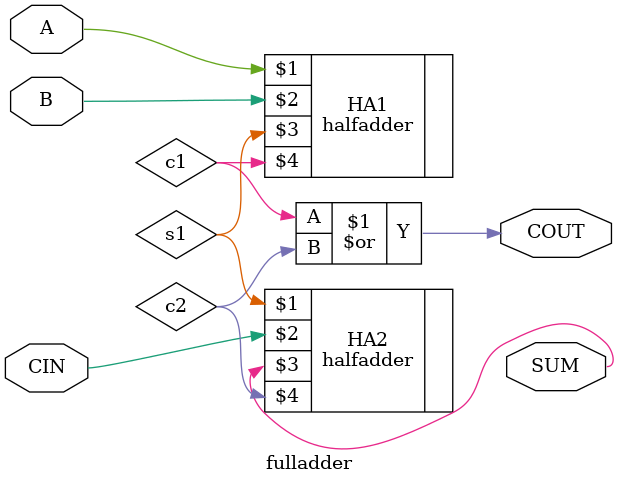
<source format=v>
module fulladder (A, B , CIN, SUM, COUT);
input    A, B, CIN;
output    SUM, COUT;
wire    c1, c2, s1;
halfadder HA1 ( A, B, s1, c1);
halfadder HA2 ( s1, CIN, SUM, c2);
assign COUT = c1 | c2;

endmodule
</source>
